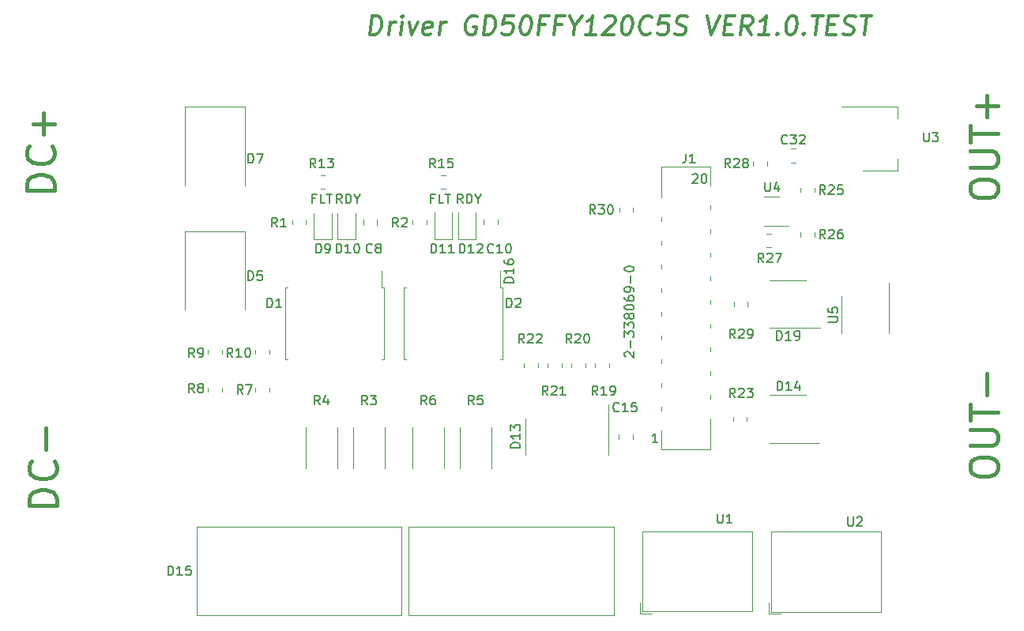
<source format=gbr>
%TF.GenerationSoftware,KiCad,Pcbnew,(6.0.1)*%
%TF.CreationDate,2023-04-21T13:11:10+03:00*%
%TF.ProjectId,Driver_Inductor,44726976-6572-45f4-996e-647563746f72,rev?*%
%TF.SameCoordinates,Original*%
%TF.FileFunction,Legend,Top*%
%TF.FilePolarity,Positive*%
%FSLAX46Y46*%
G04 Gerber Fmt 4.6, Leading zero omitted, Abs format (unit mm)*
G04 Created by KiCad (PCBNEW (6.0.1)) date 2023-04-21 13:11:10*
%MOMM*%
%LPD*%
G01*
G04 APERTURE LIST*
%ADD10C,0.300000*%
%ADD11C,0.150000*%
%ADD12C,0.450000*%
%ADD13C,0.120000*%
G04 APERTURE END LIST*
D10*
X129655607Y-67452761D02*
X129905607Y-65452761D01*
X130381797Y-65452761D01*
X130655607Y-65548000D01*
X130822273Y-65738476D01*
X130893702Y-65928952D01*
X130941321Y-66309904D01*
X130905607Y-66595619D01*
X130762750Y-66976571D01*
X130643702Y-67167047D01*
X130429416Y-67357523D01*
X130131797Y-67452761D01*
X129655607Y-67452761D01*
X131655607Y-67452761D02*
X131822273Y-66119428D01*
X131774654Y-66500380D02*
X131893702Y-66309904D01*
X132000845Y-66214666D01*
X132203226Y-66119428D01*
X132393702Y-66119428D01*
X132893702Y-67452761D02*
X133060369Y-66119428D01*
X133143702Y-65452761D02*
X133036559Y-65548000D01*
X133119892Y-65643238D01*
X133227035Y-65548000D01*
X133143702Y-65452761D01*
X133119892Y-65643238D01*
X133822273Y-66119428D02*
X134131797Y-67452761D01*
X134774654Y-66119428D01*
X136143702Y-67357523D02*
X135941321Y-67452761D01*
X135560369Y-67452761D01*
X135381797Y-67357523D01*
X135310369Y-67167047D01*
X135405607Y-66405142D01*
X135524654Y-66214666D01*
X135727035Y-66119428D01*
X136107988Y-66119428D01*
X136286559Y-66214666D01*
X136357988Y-66405142D01*
X136334178Y-66595619D01*
X135357988Y-66786095D01*
X137084178Y-67452761D02*
X137250845Y-66119428D01*
X137203226Y-66500380D02*
X137322273Y-66309904D01*
X137429416Y-66214666D01*
X137631797Y-66119428D01*
X137822273Y-66119428D01*
X141131797Y-65548000D02*
X140953226Y-65452761D01*
X140667511Y-65452761D01*
X140369892Y-65548000D01*
X140155607Y-65738476D01*
X140036559Y-65928952D01*
X139893702Y-66309904D01*
X139857988Y-66595619D01*
X139905607Y-66976571D01*
X139977035Y-67167047D01*
X140143702Y-67357523D01*
X140417511Y-67452761D01*
X140607988Y-67452761D01*
X140905607Y-67357523D01*
X141012750Y-67262285D01*
X141096083Y-66595619D01*
X140715130Y-66595619D01*
X141846083Y-67452761D02*
X142096083Y-65452761D01*
X142572273Y-65452761D01*
X142846083Y-65548000D01*
X143012750Y-65738476D01*
X143084178Y-65928952D01*
X143131797Y-66309904D01*
X143096083Y-66595619D01*
X142953226Y-66976571D01*
X142834178Y-67167047D01*
X142619892Y-67357523D01*
X142322273Y-67452761D01*
X141846083Y-67452761D01*
X145048464Y-65452761D02*
X144096083Y-65452761D01*
X143881797Y-66405142D01*
X143988940Y-66309904D01*
X144191321Y-66214666D01*
X144667511Y-66214666D01*
X144846083Y-66309904D01*
X144929416Y-66405142D01*
X145000845Y-66595619D01*
X144941321Y-67071809D01*
X144822273Y-67262285D01*
X144715130Y-67357523D01*
X144512750Y-67452761D01*
X144036559Y-67452761D01*
X143857988Y-67357523D01*
X143774654Y-67262285D01*
X146381797Y-65452761D02*
X146572273Y-65452761D01*
X146750845Y-65548000D01*
X146834178Y-65643238D01*
X146905607Y-65833714D01*
X146953226Y-66214666D01*
X146893702Y-66690857D01*
X146750845Y-67071809D01*
X146631797Y-67262285D01*
X146524654Y-67357523D01*
X146322273Y-67452761D01*
X146131797Y-67452761D01*
X145953226Y-67357523D01*
X145869892Y-67262285D01*
X145798464Y-67071809D01*
X145750845Y-66690857D01*
X145810369Y-66214666D01*
X145953226Y-65833714D01*
X146072273Y-65643238D01*
X146179416Y-65548000D01*
X146381797Y-65452761D01*
X148453226Y-66405142D02*
X147786559Y-66405142D01*
X147655607Y-67452761D02*
X147905607Y-65452761D01*
X148857988Y-65452761D01*
X150167511Y-66405142D02*
X149500845Y-66405142D01*
X149369892Y-67452761D02*
X149619892Y-65452761D01*
X150572273Y-65452761D01*
X151584178Y-66500380D02*
X151465130Y-67452761D01*
X151048464Y-65452761D02*
X151584178Y-66500380D01*
X152381797Y-65452761D01*
X153846083Y-67452761D02*
X152703226Y-67452761D01*
X153274654Y-67452761D02*
X153524654Y-65452761D01*
X153298464Y-65738476D01*
X153084178Y-65928952D01*
X152881797Y-66024190D01*
X154834178Y-65643238D02*
X154941321Y-65548000D01*
X155143702Y-65452761D01*
X155619892Y-65452761D01*
X155798464Y-65548000D01*
X155881797Y-65643238D01*
X155953226Y-65833714D01*
X155929416Y-66024190D01*
X155798464Y-66309904D01*
X154512750Y-67452761D01*
X155750845Y-67452761D01*
X157238940Y-65452761D02*
X157429416Y-65452761D01*
X157607988Y-65548000D01*
X157691321Y-65643238D01*
X157762750Y-65833714D01*
X157810369Y-66214666D01*
X157750845Y-66690857D01*
X157607988Y-67071809D01*
X157488940Y-67262285D01*
X157381797Y-67357523D01*
X157179416Y-67452761D01*
X156988940Y-67452761D01*
X156810369Y-67357523D01*
X156727035Y-67262285D01*
X156655607Y-67071809D01*
X156607988Y-66690857D01*
X156667511Y-66214666D01*
X156810369Y-65833714D01*
X156929416Y-65643238D01*
X157036559Y-65548000D01*
X157238940Y-65452761D01*
X159679416Y-67262285D02*
X159572273Y-67357523D01*
X159274654Y-67452761D01*
X159084178Y-67452761D01*
X158810369Y-67357523D01*
X158643702Y-67167047D01*
X158572273Y-66976571D01*
X158524654Y-66595619D01*
X158560369Y-66309904D01*
X158703226Y-65928952D01*
X158822273Y-65738476D01*
X159036559Y-65548000D01*
X159334178Y-65452761D01*
X159524654Y-65452761D01*
X159798464Y-65548000D01*
X159881797Y-65643238D01*
X161715130Y-65452761D02*
X160762750Y-65452761D01*
X160548464Y-66405142D01*
X160655607Y-66309904D01*
X160857988Y-66214666D01*
X161334178Y-66214666D01*
X161512750Y-66309904D01*
X161596083Y-66405142D01*
X161667511Y-66595619D01*
X161607988Y-67071809D01*
X161488940Y-67262285D01*
X161381797Y-67357523D01*
X161179416Y-67452761D01*
X160703226Y-67452761D01*
X160524654Y-67357523D01*
X160441321Y-67262285D01*
X162334178Y-67357523D02*
X162607988Y-67452761D01*
X163084178Y-67452761D01*
X163286559Y-67357523D01*
X163393702Y-67262285D01*
X163512750Y-67071809D01*
X163536559Y-66881333D01*
X163465130Y-66690857D01*
X163381797Y-66595619D01*
X163203226Y-66500380D01*
X162834178Y-66405142D01*
X162655607Y-66309904D01*
X162572273Y-66214666D01*
X162500845Y-66024190D01*
X162524654Y-65833714D01*
X162643702Y-65643238D01*
X162750845Y-65548000D01*
X162953226Y-65452761D01*
X163429416Y-65452761D01*
X163703226Y-65548000D01*
X165810369Y-65452761D02*
X166227035Y-67452761D01*
X167143702Y-65452761D01*
X167691321Y-66405142D02*
X168357988Y-66405142D01*
X168512750Y-67452761D02*
X167560369Y-67452761D01*
X167810369Y-65452761D01*
X168762750Y-65452761D01*
X170512750Y-67452761D02*
X169965130Y-66500380D01*
X169369892Y-67452761D02*
X169619892Y-65452761D01*
X170381797Y-65452761D01*
X170560369Y-65548000D01*
X170643702Y-65643238D01*
X170715130Y-65833714D01*
X170679416Y-66119428D01*
X170560369Y-66309904D01*
X170453226Y-66405142D01*
X170250845Y-66500380D01*
X169488940Y-66500380D01*
X172417511Y-67452761D02*
X171274654Y-67452761D01*
X171846083Y-67452761D02*
X172096083Y-65452761D01*
X171869892Y-65738476D01*
X171655607Y-65928952D01*
X171453226Y-66024190D01*
X173298464Y-67262285D02*
X173381797Y-67357523D01*
X173274654Y-67452761D01*
X173191321Y-67357523D01*
X173298464Y-67262285D01*
X173274654Y-67452761D01*
X174857988Y-65452761D02*
X175048464Y-65452761D01*
X175227035Y-65548000D01*
X175310369Y-65643238D01*
X175381797Y-65833714D01*
X175429416Y-66214666D01*
X175369892Y-66690857D01*
X175227035Y-67071809D01*
X175107988Y-67262285D01*
X175000845Y-67357523D01*
X174798464Y-67452761D01*
X174607988Y-67452761D01*
X174429416Y-67357523D01*
X174346083Y-67262285D01*
X174274654Y-67071809D01*
X174227035Y-66690857D01*
X174286559Y-66214666D01*
X174429416Y-65833714D01*
X174548464Y-65643238D01*
X174655607Y-65548000D01*
X174857988Y-65452761D01*
X176155607Y-67262285D02*
X176238940Y-67357523D01*
X176131797Y-67452761D01*
X176048464Y-67357523D01*
X176155607Y-67262285D01*
X176131797Y-67452761D01*
X177048464Y-65452761D02*
X178191321Y-65452761D01*
X177369892Y-67452761D02*
X177619892Y-65452761D01*
X178738940Y-66405142D02*
X179405607Y-66405142D01*
X179560369Y-67452761D02*
X178607988Y-67452761D01*
X178857988Y-65452761D01*
X179810369Y-65452761D01*
X180334178Y-67357523D02*
X180607988Y-67452761D01*
X181084178Y-67452761D01*
X181286559Y-67357523D01*
X181393702Y-67262285D01*
X181512750Y-67071809D01*
X181536559Y-66881333D01*
X181465130Y-66690857D01*
X181381797Y-66595619D01*
X181203226Y-66500380D01*
X180834178Y-66405142D01*
X180655607Y-66309904D01*
X180572273Y-66214666D01*
X180500845Y-66024190D01*
X180524654Y-65833714D01*
X180643702Y-65643238D01*
X180750845Y-65548000D01*
X180953226Y-65452761D01*
X181429416Y-65452761D01*
X181703226Y-65548000D01*
X182286559Y-65452761D02*
X183429416Y-65452761D01*
X182607988Y-67452761D02*
X182857988Y-65452761D01*
D11*
X136517142Y-85018571D02*
X136183809Y-85018571D01*
X136183809Y-85542380D02*
X136183809Y-84542380D01*
X136660000Y-84542380D01*
X137517142Y-85542380D02*
X137040952Y-85542380D01*
X137040952Y-84542380D01*
X137707619Y-84542380D02*
X138279047Y-84542380D01*
X137993333Y-85542380D02*
X137993333Y-84542380D01*
D12*
X96099142Y-117934857D02*
X93099142Y-117934857D01*
X93099142Y-117220571D01*
X93242000Y-116792000D01*
X93527714Y-116506285D01*
X93813428Y-116363428D01*
X94384857Y-116220571D01*
X94813428Y-116220571D01*
X95384857Y-116363428D01*
X95670571Y-116506285D01*
X95956285Y-116792000D01*
X96099142Y-117220571D01*
X96099142Y-117934857D01*
X95813428Y-113220571D02*
X95956285Y-113363428D01*
X96099142Y-113792000D01*
X96099142Y-114077714D01*
X95956285Y-114506285D01*
X95670571Y-114792000D01*
X95384857Y-114934857D01*
X94813428Y-115077714D01*
X94384857Y-115077714D01*
X93813428Y-114934857D01*
X93527714Y-114792000D01*
X93242000Y-114506285D01*
X93099142Y-114077714D01*
X93099142Y-113792000D01*
X93242000Y-113363428D01*
X93384857Y-113220571D01*
X94956285Y-111934857D02*
X94956285Y-109649142D01*
X193937142Y-84232142D02*
X193937142Y-83660714D01*
X194080000Y-83375000D01*
X194365714Y-83089285D01*
X194937142Y-82946428D01*
X195937142Y-82946428D01*
X196508571Y-83089285D01*
X196794285Y-83375000D01*
X196937142Y-83660714D01*
X196937142Y-84232142D01*
X196794285Y-84517857D01*
X196508571Y-84803571D01*
X195937142Y-84946428D01*
X194937142Y-84946428D01*
X194365714Y-84803571D01*
X194080000Y-84517857D01*
X193937142Y-84232142D01*
X193937142Y-81660714D02*
X196365714Y-81660714D01*
X196651428Y-81517857D01*
X196794285Y-81375000D01*
X196937142Y-81089285D01*
X196937142Y-80517857D01*
X196794285Y-80232142D01*
X196651428Y-80089285D01*
X196365714Y-79946428D01*
X193937142Y-79946428D01*
X193937142Y-78946428D02*
X193937142Y-77232142D01*
X196937142Y-78089285D02*
X193937142Y-78089285D01*
X195794285Y-76232142D02*
X195794285Y-73946428D01*
X196937142Y-75089285D02*
X194651428Y-75089285D01*
D11*
X139588952Y-85542380D02*
X139255619Y-85066190D01*
X139017523Y-85542380D02*
X139017523Y-84542380D01*
X139398476Y-84542380D01*
X139493714Y-84590000D01*
X139541333Y-84637619D01*
X139588952Y-84732857D01*
X139588952Y-84875714D01*
X139541333Y-84970952D01*
X139493714Y-85018571D01*
X139398476Y-85066190D01*
X139017523Y-85066190D01*
X140017523Y-85542380D02*
X140017523Y-84542380D01*
X140255619Y-84542380D01*
X140398476Y-84590000D01*
X140493714Y-84685238D01*
X140541333Y-84780476D01*
X140588952Y-84970952D01*
X140588952Y-85113809D01*
X140541333Y-85304285D01*
X140493714Y-85399523D01*
X140398476Y-85494761D01*
X140255619Y-85542380D01*
X140017523Y-85542380D01*
X141208000Y-85066190D02*
X141208000Y-85542380D01*
X140874666Y-84542380D02*
X141208000Y-85066190D01*
X141541333Y-84542380D01*
D12*
X193937142Y-114077142D02*
X193937142Y-113505714D01*
X194080000Y-113220000D01*
X194365714Y-112934285D01*
X194937142Y-112791428D01*
X195937142Y-112791428D01*
X196508571Y-112934285D01*
X196794285Y-113220000D01*
X196937142Y-113505714D01*
X196937142Y-114077142D01*
X196794285Y-114362857D01*
X196508571Y-114648571D01*
X195937142Y-114791428D01*
X194937142Y-114791428D01*
X194365714Y-114648571D01*
X194080000Y-114362857D01*
X193937142Y-114077142D01*
X193937142Y-111505714D02*
X196365714Y-111505714D01*
X196651428Y-111362857D01*
X196794285Y-111220000D01*
X196937142Y-110934285D01*
X196937142Y-110362857D01*
X196794285Y-110077142D01*
X196651428Y-109934285D01*
X196365714Y-109791428D01*
X193937142Y-109791428D01*
X193937142Y-108791428D02*
X193937142Y-107077142D01*
X196937142Y-107934285D02*
X193937142Y-107934285D01*
X195794285Y-106077142D02*
X195794285Y-103791428D01*
D11*
X123817142Y-85018571D02*
X123483809Y-85018571D01*
X123483809Y-85542380D02*
X123483809Y-84542380D01*
X123960000Y-84542380D01*
X124817142Y-85542380D02*
X124340952Y-85542380D01*
X124340952Y-84542380D01*
X125007619Y-84542380D02*
X125579047Y-84542380D01*
X125293333Y-85542380D02*
X125293333Y-84542380D01*
D12*
X95845142Y-84152857D02*
X92845142Y-84152857D01*
X92845142Y-83438571D01*
X92988000Y-83010000D01*
X93273714Y-82724285D01*
X93559428Y-82581428D01*
X94130857Y-82438571D01*
X94559428Y-82438571D01*
X95130857Y-82581428D01*
X95416571Y-82724285D01*
X95702285Y-83010000D01*
X95845142Y-83438571D01*
X95845142Y-84152857D01*
X95559428Y-79438571D02*
X95702285Y-79581428D01*
X95845142Y-80010000D01*
X95845142Y-80295714D01*
X95702285Y-80724285D01*
X95416571Y-81010000D01*
X95130857Y-81152857D01*
X94559428Y-81295714D01*
X94130857Y-81295714D01*
X93559428Y-81152857D01*
X93273714Y-81010000D01*
X92988000Y-80724285D01*
X92845142Y-80295714D01*
X92845142Y-80010000D01*
X92988000Y-79581428D01*
X93130857Y-79438571D01*
X94702285Y-78152857D02*
X94702285Y-75867142D01*
X95845142Y-77010000D02*
X93559428Y-77010000D01*
D11*
X126634952Y-85542380D02*
X126301619Y-85066190D01*
X126063523Y-85542380D02*
X126063523Y-84542380D01*
X126444476Y-84542380D01*
X126539714Y-84590000D01*
X126587333Y-84637619D01*
X126634952Y-84732857D01*
X126634952Y-84875714D01*
X126587333Y-84970952D01*
X126539714Y-85018571D01*
X126444476Y-85066190D01*
X126063523Y-85066190D01*
X127063523Y-85542380D02*
X127063523Y-84542380D01*
X127301619Y-84542380D01*
X127444476Y-84590000D01*
X127539714Y-84685238D01*
X127587333Y-84780476D01*
X127634952Y-84970952D01*
X127634952Y-85113809D01*
X127587333Y-85304285D01*
X127539714Y-85399523D01*
X127444476Y-85494761D01*
X127301619Y-85542380D01*
X127063523Y-85542380D01*
X128254000Y-85066190D02*
X128254000Y-85542380D01*
X127920666Y-84542380D02*
X128254000Y-85066190D01*
X128587333Y-84542380D01*
%TO.C,D1*%
X118641904Y-96718380D02*
X118641904Y-95718380D01*
X118880000Y-95718380D01*
X119022857Y-95766000D01*
X119118095Y-95861238D01*
X119165714Y-95956476D01*
X119213333Y-96146952D01*
X119213333Y-96289809D01*
X119165714Y-96480285D01*
X119118095Y-96575523D01*
X119022857Y-96670761D01*
X118880000Y-96718380D01*
X118641904Y-96718380D01*
X120165714Y-96718380D02*
X119594285Y-96718380D01*
X119880000Y-96718380D02*
X119880000Y-95718380D01*
X119784761Y-95861238D01*
X119689523Y-95956476D01*
X119594285Y-96004095D01*
%TO.C,R3*%
X129373333Y-107132380D02*
X129040000Y-106656190D01*
X128801904Y-107132380D02*
X128801904Y-106132380D01*
X129182857Y-106132380D01*
X129278095Y-106180000D01*
X129325714Y-106227619D01*
X129373333Y-106322857D01*
X129373333Y-106465714D01*
X129325714Y-106560952D01*
X129278095Y-106608571D01*
X129182857Y-106656190D01*
X128801904Y-106656190D01*
X129706666Y-106132380D02*
X130325714Y-106132380D01*
X129992380Y-106513333D01*
X130135238Y-106513333D01*
X130230476Y-106560952D01*
X130278095Y-106608571D01*
X130325714Y-106703809D01*
X130325714Y-106941904D01*
X130278095Y-107037142D01*
X130230476Y-107084761D01*
X130135238Y-107132380D01*
X129849523Y-107132380D01*
X129754285Y-107084761D01*
X129706666Y-107037142D01*
%TO.C,U3*%
X188976095Y-77938380D02*
X188976095Y-78747904D01*
X189023714Y-78843142D01*
X189071333Y-78890761D01*
X189166571Y-78938380D01*
X189357047Y-78938380D01*
X189452285Y-78890761D01*
X189499904Y-78843142D01*
X189547523Y-78747904D01*
X189547523Y-77938380D01*
X189928476Y-77938380D02*
X190547523Y-77938380D01*
X190214190Y-78319333D01*
X190357047Y-78319333D01*
X190452285Y-78366952D01*
X190499904Y-78414571D01*
X190547523Y-78509809D01*
X190547523Y-78747904D01*
X190499904Y-78843142D01*
X190452285Y-78890761D01*
X190357047Y-78938380D01*
X190071333Y-78938380D01*
X189976095Y-78890761D01*
X189928476Y-78843142D01*
%TO.C,R22*%
X146169142Y-100528380D02*
X145835809Y-100052190D01*
X145597714Y-100528380D02*
X145597714Y-99528380D01*
X145978666Y-99528380D01*
X146073904Y-99576000D01*
X146121523Y-99623619D01*
X146169142Y-99718857D01*
X146169142Y-99861714D01*
X146121523Y-99956952D01*
X146073904Y-100004571D01*
X145978666Y-100052190D01*
X145597714Y-100052190D01*
X146550095Y-99623619D02*
X146597714Y-99576000D01*
X146692952Y-99528380D01*
X146931047Y-99528380D01*
X147026285Y-99576000D01*
X147073904Y-99623619D01*
X147121523Y-99718857D01*
X147121523Y-99814095D01*
X147073904Y-99956952D01*
X146502476Y-100528380D01*
X147121523Y-100528380D01*
X147502476Y-99623619D02*
X147550095Y-99576000D01*
X147645333Y-99528380D01*
X147883428Y-99528380D01*
X147978666Y-99576000D01*
X148026285Y-99623619D01*
X148073904Y-99718857D01*
X148073904Y-99814095D01*
X148026285Y-99956952D01*
X147454857Y-100528380D01*
X148073904Y-100528380D01*
%TO.C,R30*%
X153789142Y-86695580D02*
X153455809Y-86219390D01*
X153217714Y-86695580D02*
X153217714Y-85695580D01*
X153598666Y-85695580D01*
X153693904Y-85743200D01*
X153741523Y-85790819D01*
X153789142Y-85886057D01*
X153789142Y-86028914D01*
X153741523Y-86124152D01*
X153693904Y-86171771D01*
X153598666Y-86219390D01*
X153217714Y-86219390D01*
X154122476Y-85695580D02*
X154741523Y-85695580D01*
X154408190Y-86076533D01*
X154551047Y-86076533D01*
X154646285Y-86124152D01*
X154693904Y-86171771D01*
X154741523Y-86267009D01*
X154741523Y-86505104D01*
X154693904Y-86600342D01*
X154646285Y-86647961D01*
X154551047Y-86695580D01*
X154265333Y-86695580D01*
X154170095Y-86647961D01*
X154122476Y-86600342D01*
X155360571Y-85695580D02*
X155455809Y-85695580D01*
X155551047Y-85743200D01*
X155598666Y-85790819D01*
X155646285Y-85886057D01*
X155693904Y-86076533D01*
X155693904Y-86314628D01*
X155646285Y-86505104D01*
X155598666Y-86600342D01*
X155551047Y-86647961D01*
X155455809Y-86695580D01*
X155360571Y-86695580D01*
X155265333Y-86647961D01*
X155217714Y-86600342D01*
X155170095Y-86505104D01*
X155122476Y-86314628D01*
X155122476Y-86076533D01*
X155170095Y-85886057D01*
X155217714Y-85790819D01*
X155265333Y-85743200D01*
X155360571Y-85695580D01*
%TO.C,R1*%
X119721333Y-88082380D02*
X119388000Y-87606190D01*
X119149904Y-88082380D02*
X119149904Y-87082380D01*
X119530857Y-87082380D01*
X119626095Y-87130000D01*
X119673714Y-87177619D01*
X119721333Y-87272857D01*
X119721333Y-87415714D01*
X119673714Y-87510952D01*
X119626095Y-87558571D01*
X119530857Y-87606190D01*
X119149904Y-87606190D01*
X120673714Y-88082380D02*
X120102285Y-88082380D01*
X120388000Y-88082380D02*
X120388000Y-87082380D01*
X120292761Y-87225238D01*
X120197523Y-87320476D01*
X120102285Y-87368095D01*
%TO.C,C10*%
X142867142Y-90781142D02*
X142819523Y-90828761D01*
X142676666Y-90876380D01*
X142581428Y-90876380D01*
X142438571Y-90828761D01*
X142343333Y-90733523D01*
X142295714Y-90638285D01*
X142248095Y-90447809D01*
X142248095Y-90304952D01*
X142295714Y-90114476D01*
X142343333Y-90019238D01*
X142438571Y-89924000D01*
X142581428Y-89876380D01*
X142676666Y-89876380D01*
X142819523Y-89924000D01*
X142867142Y-89971619D01*
X143819523Y-90876380D02*
X143248095Y-90876380D01*
X143533809Y-90876380D02*
X143533809Y-89876380D01*
X143438571Y-90019238D01*
X143343333Y-90114476D01*
X143248095Y-90162095D01*
X144438571Y-89876380D02*
X144533809Y-89876380D01*
X144629047Y-89924000D01*
X144676666Y-89971619D01*
X144724285Y-90066857D01*
X144771904Y-90257333D01*
X144771904Y-90495428D01*
X144724285Y-90685904D01*
X144676666Y-90781142D01*
X144629047Y-90828761D01*
X144533809Y-90876380D01*
X144438571Y-90876380D01*
X144343333Y-90828761D01*
X144295714Y-90781142D01*
X144248095Y-90685904D01*
X144200476Y-90495428D01*
X144200476Y-90257333D01*
X144248095Y-90066857D01*
X144295714Y-89971619D01*
X144343333Y-89924000D01*
X144438571Y-89876380D01*
%TO.C,U1*%
X166878095Y-118832380D02*
X166878095Y-119641904D01*
X166925714Y-119737142D01*
X166973333Y-119784761D01*
X167068571Y-119832380D01*
X167259047Y-119832380D01*
X167354285Y-119784761D01*
X167401904Y-119737142D01*
X167449523Y-119641904D01*
X167449523Y-118832380D01*
X168449523Y-119832380D02*
X167878095Y-119832380D01*
X168163809Y-119832380D02*
X168163809Y-118832380D01*
X168068571Y-118975238D01*
X167973333Y-119070476D01*
X167878095Y-119118095D01*
%TO.C,R8*%
X110831333Y-105862380D02*
X110498000Y-105386190D01*
X110259904Y-105862380D02*
X110259904Y-104862380D01*
X110640857Y-104862380D01*
X110736095Y-104910000D01*
X110783714Y-104957619D01*
X110831333Y-105052857D01*
X110831333Y-105195714D01*
X110783714Y-105290952D01*
X110736095Y-105338571D01*
X110640857Y-105386190D01*
X110259904Y-105386190D01*
X111402761Y-105290952D02*
X111307523Y-105243333D01*
X111259904Y-105195714D01*
X111212285Y-105100476D01*
X111212285Y-105052857D01*
X111259904Y-104957619D01*
X111307523Y-104910000D01*
X111402761Y-104862380D01*
X111593238Y-104862380D01*
X111688476Y-104910000D01*
X111736095Y-104957619D01*
X111783714Y-105052857D01*
X111783714Y-105100476D01*
X111736095Y-105195714D01*
X111688476Y-105243333D01*
X111593238Y-105290952D01*
X111402761Y-105290952D01*
X111307523Y-105338571D01*
X111259904Y-105386190D01*
X111212285Y-105481428D01*
X111212285Y-105671904D01*
X111259904Y-105767142D01*
X111307523Y-105814761D01*
X111402761Y-105862380D01*
X111593238Y-105862380D01*
X111688476Y-105814761D01*
X111736095Y-105767142D01*
X111783714Y-105671904D01*
X111783714Y-105481428D01*
X111736095Y-105386190D01*
X111688476Y-105338571D01*
X111593238Y-105290952D01*
%TO.C,D16*%
X145028980Y-94014585D02*
X144028980Y-94014585D01*
X144028980Y-93776490D01*
X144076600Y-93633633D01*
X144171838Y-93538395D01*
X144267076Y-93490776D01*
X144457552Y-93443157D01*
X144600409Y-93443157D01*
X144790885Y-93490776D01*
X144886123Y-93538395D01*
X144981361Y-93633633D01*
X145028980Y-93776490D01*
X145028980Y-94014585D01*
X145028980Y-92490776D02*
X145028980Y-93062204D01*
X145028980Y-92776490D02*
X144028980Y-92776490D01*
X144171838Y-92871728D01*
X144267076Y-92966966D01*
X144314695Y-93062204D01*
X144028980Y-91633633D02*
X144028980Y-91824109D01*
X144076600Y-91919347D01*
X144124219Y-91966966D01*
X144267076Y-92062204D01*
X144457552Y-92109823D01*
X144838504Y-92109823D01*
X144933742Y-92062204D01*
X144981361Y-92014585D01*
X145028980Y-91919347D01*
X145028980Y-91728871D01*
X144981361Y-91633633D01*
X144933742Y-91586014D01*
X144838504Y-91538395D01*
X144600409Y-91538395D01*
X144505171Y-91586014D01*
X144457552Y-91633633D01*
X144409933Y-91728871D01*
X144409933Y-91919347D01*
X144457552Y-92014585D01*
X144505171Y-92062204D01*
X144600409Y-92109823D01*
%TO.C,R23*%
X168775142Y-106370380D02*
X168441809Y-105894190D01*
X168203714Y-106370380D02*
X168203714Y-105370380D01*
X168584666Y-105370380D01*
X168679904Y-105418000D01*
X168727523Y-105465619D01*
X168775142Y-105560857D01*
X168775142Y-105703714D01*
X168727523Y-105798952D01*
X168679904Y-105846571D01*
X168584666Y-105894190D01*
X168203714Y-105894190D01*
X169156095Y-105465619D02*
X169203714Y-105418000D01*
X169298952Y-105370380D01*
X169537047Y-105370380D01*
X169632285Y-105418000D01*
X169679904Y-105465619D01*
X169727523Y-105560857D01*
X169727523Y-105656095D01*
X169679904Y-105798952D01*
X169108476Y-106370380D01*
X169727523Y-106370380D01*
X170060857Y-105370380D02*
X170679904Y-105370380D01*
X170346571Y-105751333D01*
X170489428Y-105751333D01*
X170584666Y-105798952D01*
X170632285Y-105846571D01*
X170679904Y-105941809D01*
X170679904Y-106179904D01*
X170632285Y-106275142D01*
X170584666Y-106322761D01*
X170489428Y-106370380D01*
X170203714Y-106370380D01*
X170108476Y-106322761D01*
X170060857Y-106275142D01*
%TO.C,R19*%
X154043142Y-106116380D02*
X153709809Y-105640190D01*
X153471714Y-106116380D02*
X153471714Y-105116380D01*
X153852666Y-105116380D01*
X153947904Y-105164000D01*
X153995523Y-105211619D01*
X154043142Y-105306857D01*
X154043142Y-105449714D01*
X153995523Y-105544952D01*
X153947904Y-105592571D01*
X153852666Y-105640190D01*
X153471714Y-105640190D01*
X154995523Y-106116380D02*
X154424095Y-106116380D01*
X154709809Y-106116380D02*
X154709809Y-105116380D01*
X154614571Y-105259238D01*
X154519333Y-105354476D01*
X154424095Y-105402095D01*
X155471714Y-106116380D02*
X155662190Y-106116380D01*
X155757428Y-106068761D01*
X155805047Y-106021142D01*
X155900285Y-105878285D01*
X155947904Y-105687809D01*
X155947904Y-105306857D01*
X155900285Y-105211619D01*
X155852666Y-105164000D01*
X155757428Y-105116380D01*
X155566952Y-105116380D01*
X155471714Y-105164000D01*
X155424095Y-105211619D01*
X155376476Y-105306857D01*
X155376476Y-105544952D01*
X155424095Y-105640190D01*
X155471714Y-105687809D01*
X155566952Y-105735428D01*
X155757428Y-105735428D01*
X155852666Y-105687809D01*
X155900285Y-105640190D01*
X155947904Y-105544952D01*
%TO.C,U5*%
X178776380Y-98247104D02*
X179585904Y-98247104D01*
X179681142Y-98199485D01*
X179728761Y-98151866D01*
X179776380Y-98056628D01*
X179776380Y-97866152D01*
X179728761Y-97770914D01*
X179681142Y-97723295D01*
X179585904Y-97675676D01*
X178776380Y-97675676D01*
X178776380Y-96723295D02*
X178776380Y-97199485D01*
X179252571Y-97247104D01*
X179204952Y-97199485D01*
X179157333Y-97104247D01*
X179157333Y-96866152D01*
X179204952Y-96770914D01*
X179252571Y-96723295D01*
X179347809Y-96675676D01*
X179585904Y-96675676D01*
X179681142Y-96723295D01*
X179728761Y-96770914D01*
X179776380Y-96866152D01*
X179776380Y-97104247D01*
X179728761Y-97199485D01*
X179681142Y-97247104D01*
%TO.C,D14*%
X173283714Y-105608380D02*
X173283714Y-104608380D01*
X173521809Y-104608380D01*
X173664666Y-104656000D01*
X173759904Y-104751238D01*
X173807523Y-104846476D01*
X173855142Y-105036952D01*
X173855142Y-105179809D01*
X173807523Y-105370285D01*
X173759904Y-105465523D01*
X173664666Y-105560761D01*
X173521809Y-105608380D01*
X173283714Y-105608380D01*
X174807523Y-105608380D02*
X174236095Y-105608380D01*
X174521809Y-105608380D02*
X174521809Y-104608380D01*
X174426571Y-104751238D01*
X174331333Y-104846476D01*
X174236095Y-104894095D01*
X175664666Y-104941714D02*
X175664666Y-105608380D01*
X175426571Y-104560761D02*
X175188476Y-105275047D01*
X175807523Y-105275047D01*
%TO.C,R2*%
X132675333Y-88082380D02*
X132342000Y-87606190D01*
X132103904Y-88082380D02*
X132103904Y-87082380D01*
X132484857Y-87082380D01*
X132580095Y-87130000D01*
X132627714Y-87177619D01*
X132675333Y-87272857D01*
X132675333Y-87415714D01*
X132627714Y-87510952D01*
X132580095Y-87558571D01*
X132484857Y-87606190D01*
X132103904Y-87606190D01*
X133056285Y-87177619D02*
X133103904Y-87130000D01*
X133199142Y-87082380D01*
X133437238Y-87082380D01*
X133532476Y-87130000D01*
X133580095Y-87177619D01*
X133627714Y-87272857D01*
X133627714Y-87368095D01*
X133580095Y-87510952D01*
X133008666Y-88082380D01*
X133627714Y-88082380D01*
%TO.C,C15*%
X156329142Y-107799142D02*
X156281523Y-107846761D01*
X156138666Y-107894380D01*
X156043428Y-107894380D01*
X155900571Y-107846761D01*
X155805333Y-107751523D01*
X155757714Y-107656285D01*
X155710095Y-107465809D01*
X155710095Y-107322952D01*
X155757714Y-107132476D01*
X155805333Y-107037238D01*
X155900571Y-106942000D01*
X156043428Y-106894380D01*
X156138666Y-106894380D01*
X156281523Y-106942000D01*
X156329142Y-106989619D01*
X157281523Y-107894380D02*
X156710095Y-107894380D01*
X156995809Y-107894380D02*
X156995809Y-106894380D01*
X156900571Y-107037238D01*
X156805333Y-107132476D01*
X156710095Y-107180095D01*
X158186285Y-106894380D02*
X157710095Y-106894380D01*
X157662476Y-107370571D01*
X157710095Y-107322952D01*
X157805333Y-107275333D01*
X158043428Y-107275333D01*
X158138666Y-107322952D01*
X158186285Y-107370571D01*
X158233904Y-107465809D01*
X158233904Y-107703904D01*
X158186285Y-107799142D01*
X158138666Y-107846761D01*
X158043428Y-107894380D01*
X157805333Y-107894380D01*
X157710095Y-107846761D01*
X157662476Y-107799142D01*
%TO.C,R13*%
X123817142Y-81732380D02*
X123483809Y-81256190D01*
X123245714Y-81732380D02*
X123245714Y-80732380D01*
X123626666Y-80732380D01*
X123721904Y-80780000D01*
X123769523Y-80827619D01*
X123817142Y-80922857D01*
X123817142Y-81065714D01*
X123769523Y-81160952D01*
X123721904Y-81208571D01*
X123626666Y-81256190D01*
X123245714Y-81256190D01*
X124769523Y-81732380D02*
X124198095Y-81732380D01*
X124483809Y-81732380D02*
X124483809Y-80732380D01*
X124388571Y-80875238D01*
X124293333Y-80970476D01*
X124198095Y-81018095D01*
X125102857Y-80732380D02*
X125721904Y-80732380D01*
X125388571Y-81113333D01*
X125531428Y-81113333D01*
X125626666Y-81160952D01*
X125674285Y-81208571D01*
X125721904Y-81303809D01*
X125721904Y-81541904D01*
X125674285Y-81637142D01*
X125626666Y-81684761D01*
X125531428Y-81732380D01*
X125245714Y-81732380D01*
X125150476Y-81684761D01*
X125102857Y-81637142D01*
%TO.C,R15*%
X136645678Y-81732380D02*
X136312345Y-81256190D01*
X136074250Y-81732380D02*
X136074250Y-80732380D01*
X136455202Y-80732380D01*
X136550440Y-80780000D01*
X136598059Y-80827619D01*
X136645678Y-80922857D01*
X136645678Y-81065714D01*
X136598059Y-81160952D01*
X136550440Y-81208571D01*
X136455202Y-81256190D01*
X136074250Y-81256190D01*
X137598059Y-81732380D02*
X137026631Y-81732380D01*
X137312345Y-81732380D02*
X137312345Y-80732380D01*
X137217107Y-80875238D01*
X137121869Y-80970476D01*
X137026631Y-81018095D01*
X138502821Y-80732380D02*
X138026631Y-80732380D01*
X137979012Y-81208571D01*
X138026631Y-81160952D01*
X138121869Y-81113333D01*
X138359964Y-81113333D01*
X138455202Y-81160952D01*
X138502821Y-81208571D01*
X138550440Y-81303809D01*
X138550440Y-81541904D01*
X138502821Y-81637142D01*
X138455202Y-81684761D01*
X138359964Y-81732380D01*
X138121869Y-81732380D01*
X138026631Y-81684761D01*
X137979012Y-81637142D01*
%TO.C,R28*%
X168267142Y-81732380D02*
X167933809Y-81256190D01*
X167695714Y-81732380D02*
X167695714Y-80732380D01*
X168076666Y-80732380D01*
X168171904Y-80780000D01*
X168219523Y-80827619D01*
X168267142Y-80922857D01*
X168267142Y-81065714D01*
X168219523Y-81160952D01*
X168171904Y-81208571D01*
X168076666Y-81256190D01*
X167695714Y-81256190D01*
X168648095Y-80827619D02*
X168695714Y-80780000D01*
X168790952Y-80732380D01*
X169029047Y-80732380D01*
X169124285Y-80780000D01*
X169171904Y-80827619D01*
X169219523Y-80922857D01*
X169219523Y-81018095D01*
X169171904Y-81160952D01*
X168600476Y-81732380D01*
X169219523Y-81732380D01*
X169790952Y-81160952D02*
X169695714Y-81113333D01*
X169648095Y-81065714D01*
X169600476Y-80970476D01*
X169600476Y-80922857D01*
X169648095Y-80827619D01*
X169695714Y-80780000D01*
X169790952Y-80732380D01*
X169981428Y-80732380D01*
X170076666Y-80780000D01*
X170124285Y-80827619D01*
X170171904Y-80922857D01*
X170171904Y-80970476D01*
X170124285Y-81065714D01*
X170076666Y-81113333D01*
X169981428Y-81160952D01*
X169790952Y-81160952D01*
X169695714Y-81208571D01*
X169648095Y-81256190D01*
X169600476Y-81351428D01*
X169600476Y-81541904D01*
X169648095Y-81637142D01*
X169695714Y-81684761D01*
X169790952Y-81732380D01*
X169981428Y-81732380D01*
X170076666Y-81684761D01*
X170124285Y-81637142D01*
X170171904Y-81541904D01*
X170171904Y-81351428D01*
X170124285Y-81256190D01*
X170076666Y-81208571D01*
X169981428Y-81160952D01*
%TO.C,R26*%
X178427142Y-89352380D02*
X178093809Y-88876190D01*
X177855714Y-89352380D02*
X177855714Y-88352380D01*
X178236666Y-88352380D01*
X178331904Y-88400000D01*
X178379523Y-88447619D01*
X178427142Y-88542857D01*
X178427142Y-88685714D01*
X178379523Y-88780952D01*
X178331904Y-88828571D01*
X178236666Y-88876190D01*
X177855714Y-88876190D01*
X178808095Y-88447619D02*
X178855714Y-88400000D01*
X178950952Y-88352380D01*
X179189047Y-88352380D01*
X179284285Y-88400000D01*
X179331904Y-88447619D01*
X179379523Y-88542857D01*
X179379523Y-88638095D01*
X179331904Y-88780952D01*
X178760476Y-89352380D01*
X179379523Y-89352380D01*
X180236666Y-88352380D02*
X180046190Y-88352380D01*
X179950952Y-88400000D01*
X179903333Y-88447619D01*
X179808095Y-88590476D01*
X179760476Y-88780952D01*
X179760476Y-89161904D01*
X179808095Y-89257142D01*
X179855714Y-89304761D01*
X179950952Y-89352380D01*
X180141428Y-89352380D01*
X180236666Y-89304761D01*
X180284285Y-89257142D01*
X180331904Y-89161904D01*
X180331904Y-88923809D01*
X180284285Y-88828571D01*
X180236666Y-88780952D01*
X180141428Y-88733333D01*
X179950952Y-88733333D01*
X179855714Y-88780952D01*
X179808095Y-88828571D01*
X179760476Y-88923809D01*
%TO.C,R6*%
X135723333Y-107132380D02*
X135390000Y-106656190D01*
X135151904Y-107132380D02*
X135151904Y-106132380D01*
X135532857Y-106132380D01*
X135628095Y-106180000D01*
X135675714Y-106227619D01*
X135723333Y-106322857D01*
X135723333Y-106465714D01*
X135675714Y-106560952D01*
X135628095Y-106608571D01*
X135532857Y-106656190D01*
X135151904Y-106656190D01*
X136580476Y-106132380D02*
X136390000Y-106132380D01*
X136294761Y-106180000D01*
X136247142Y-106227619D01*
X136151904Y-106370476D01*
X136104285Y-106560952D01*
X136104285Y-106941904D01*
X136151904Y-107037142D01*
X136199523Y-107084761D01*
X136294761Y-107132380D01*
X136485238Y-107132380D01*
X136580476Y-107084761D01*
X136628095Y-107037142D01*
X136675714Y-106941904D01*
X136675714Y-106703809D01*
X136628095Y-106608571D01*
X136580476Y-106560952D01*
X136485238Y-106513333D01*
X136294761Y-106513333D01*
X136199523Y-106560952D01*
X136151904Y-106608571D01*
X136104285Y-106703809D01*
%TO.C,D5*%
X116609904Y-93797380D02*
X116609904Y-92797380D01*
X116848000Y-92797380D01*
X116990857Y-92845000D01*
X117086095Y-92940238D01*
X117133714Y-93035476D01*
X117181333Y-93225952D01*
X117181333Y-93368809D01*
X117133714Y-93559285D01*
X117086095Y-93654523D01*
X116990857Y-93749761D01*
X116848000Y-93797380D01*
X116609904Y-93797380D01*
X118086095Y-92797380D02*
X117609904Y-92797380D01*
X117562285Y-93273571D01*
X117609904Y-93225952D01*
X117705142Y-93178333D01*
X117943238Y-93178333D01*
X118038476Y-93225952D01*
X118086095Y-93273571D01*
X118133714Y-93368809D01*
X118133714Y-93606904D01*
X118086095Y-93702142D01*
X118038476Y-93749761D01*
X117943238Y-93797380D01*
X117705142Y-93797380D01*
X117609904Y-93749761D01*
X117562285Y-93702142D01*
%TO.C,R25*%
X178427142Y-84577180D02*
X178093809Y-84100990D01*
X177855714Y-84577180D02*
X177855714Y-83577180D01*
X178236666Y-83577180D01*
X178331904Y-83624800D01*
X178379523Y-83672419D01*
X178427142Y-83767657D01*
X178427142Y-83910514D01*
X178379523Y-84005752D01*
X178331904Y-84053371D01*
X178236666Y-84100990D01*
X177855714Y-84100990D01*
X178808095Y-83672419D02*
X178855714Y-83624800D01*
X178950952Y-83577180D01*
X179189047Y-83577180D01*
X179284285Y-83624800D01*
X179331904Y-83672419D01*
X179379523Y-83767657D01*
X179379523Y-83862895D01*
X179331904Y-84005752D01*
X178760476Y-84577180D01*
X179379523Y-84577180D01*
X180284285Y-83577180D02*
X179808095Y-83577180D01*
X179760476Y-84053371D01*
X179808095Y-84005752D01*
X179903333Y-83958133D01*
X180141428Y-83958133D01*
X180236666Y-84005752D01*
X180284285Y-84053371D01*
X180331904Y-84148609D01*
X180331904Y-84386704D01*
X180284285Y-84481942D01*
X180236666Y-84529561D01*
X180141428Y-84577180D01*
X179903333Y-84577180D01*
X179808095Y-84529561D01*
X179760476Y-84481942D01*
%TO.C,D10*%
X126039714Y-90876380D02*
X126039714Y-89876380D01*
X126277809Y-89876380D01*
X126420666Y-89924000D01*
X126515904Y-90019238D01*
X126563523Y-90114476D01*
X126611142Y-90304952D01*
X126611142Y-90447809D01*
X126563523Y-90638285D01*
X126515904Y-90733523D01*
X126420666Y-90828761D01*
X126277809Y-90876380D01*
X126039714Y-90876380D01*
X127563523Y-90876380D02*
X126992095Y-90876380D01*
X127277809Y-90876380D02*
X127277809Y-89876380D01*
X127182571Y-90019238D01*
X127087333Y-90114476D01*
X126992095Y-90162095D01*
X128182571Y-89876380D02*
X128277809Y-89876380D01*
X128373047Y-89924000D01*
X128420666Y-89971619D01*
X128468285Y-90066857D01*
X128515904Y-90257333D01*
X128515904Y-90495428D01*
X128468285Y-90685904D01*
X128420666Y-90781142D01*
X128373047Y-90828761D01*
X128277809Y-90876380D01*
X128182571Y-90876380D01*
X128087333Y-90828761D01*
X128039714Y-90781142D01*
X127992095Y-90685904D01*
X127944476Y-90495428D01*
X127944476Y-90257333D01*
X127992095Y-90066857D01*
X128039714Y-89971619D01*
X128087333Y-89924000D01*
X128182571Y-89876380D01*
%TO.C,R9*%
X110831333Y-102052380D02*
X110498000Y-101576190D01*
X110259904Y-102052380D02*
X110259904Y-101052380D01*
X110640857Y-101052380D01*
X110736095Y-101100000D01*
X110783714Y-101147619D01*
X110831333Y-101242857D01*
X110831333Y-101385714D01*
X110783714Y-101480952D01*
X110736095Y-101528571D01*
X110640857Y-101576190D01*
X110259904Y-101576190D01*
X111307523Y-102052380D02*
X111498000Y-102052380D01*
X111593238Y-102004761D01*
X111640857Y-101957142D01*
X111736095Y-101814285D01*
X111783714Y-101623809D01*
X111783714Y-101242857D01*
X111736095Y-101147619D01*
X111688476Y-101100000D01*
X111593238Y-101052380D01*
X111402761Y-101052380D01*
X111307523Y-101100000D01*
X111259904Y-101147619D01*
X111212285Y-101242857D01*
X111212285Y-101480952D01*
X111259904Y-101576190D01*
X111307523Y-101623809D01*
X111402761Y-101671428D01*
X111593238Y-101671428D01*
X111688476Y-101623809D01*
X111736095Y-101576190D01*
X111783714Y-101480952D01*
%TO.C,D9*%
X123874304Y-90876380D02*
X123874304Y-89876380D01*
X124112400Y-89876380D01*
X124255257Y-89924000D01*
X124350495Y-90019238D01*
X124398114Y-90114476D01*
X124445733Y-90304952D01*
X124445733Y-90447809D01*
X124398114Y-90638285D01*
X124350495Y-90733523D01*
X124255257Y-90828761D01*
X124112400Y-90876380D01*
X123874304Y-90876380D01*
X124921923Y-90876380D02*
X125112400Y-90876380D01*
X125207638Y-90828761D01*
X125255257Y-90781142D01*
X125350495Y-90638285D01*
X125398114Y-90447809D01*
X125398114Y-90066857D01*
X125350495Y-89971619D01*
X125302876Y-89924000D01*
X125207638Y-89876380D01*
X125017161Y-89876380D01*
X124921923Y-89924000D01*
X124874304Y-89971619D01*
X124826685Y-90066857D01*
X124826685Y-90304952D01*
X124874304Y-90400190D01*
X124921923Y-90447809D01*
X125017161Y-90495428D01*
X125207638Y-90495428D01*
X125302876Y-90447809D01*
X125350495Y-90400190D01*
X125398114Y-90304952D01*
%TO.C,R7*%
X116038333Y-105989380D02*
X115705000Y-105513190D01*
X115466904Y-105989380D02*
X115466904Y-104989380D01*
X115847857Y-104989380D01*
X115943095Y-105037000D01*
X115990714Y-105084619D01*
X116038333Y-105179857D01*
X116038333Y-105322714D01*
X115990714Y-105417952D01*
X115943095Y-105465571D01*
X115847857Y-105513190D01*
X115466904Y-105513190D01*
X116371666Y-104989380D02*
X117038333Y-104989380D01*
X116609761Y-105989380D01*
%TO.C,R20*%
X151249142Y-100528380D02*
X150915809Y-100052190D01*
X150677714Y-100528380D02*
X150677714Y-99528380D01*
X151058666Y-99528380D01*
X151153904Y-99576000D01*
X151201523Y-99623619D01*
X151249142Y-99718857D01*
X151249142Y-99861714D01*
X151201523Y-99956952D01*
X151153904Y-100004571D01*
X151058666Y-100052190D01*
X150677714Y-100052190D01*
X151630095Y-99623619D02*
X151677714Y-99576000D01*
X151772952Y-99528380D01*
X152011047Y-99528380D01*
X152106285Y-99576000D01*
X152153904Y-99623619D01*
X152201523Y-99718857D01*
X152201523Y-99814095D01*
X152153904Y-99956952D01*
X151582476Y-100528380D01*
X152201523Y-100528380D01*
X152820571Y-99528380D02*
X152915809Y-99528380D01*
X153011047Y-99576000D01*
X153058666Y-99623619D01*
X153106285Y-99718857D01*
X153153904Y-99909333D01*
X153153904Y-100147428D01*
X153106285Y-100337904D01*
X153058666Y-100433142D01*
X153011047Y-100480761D01*
X152915809Y-100528380D01*
X152820571Y-100528380D01*
X152725333Y-100480761D01*
X152677714Y-100433142D01*
X152630095Y-100337904D01*
X152582476Y-100147428D01*
X152582476Y-99909333D01*
X152630095Y-99718857D01*
X152677714Y-99623619D01*
X152725333Y-99576000D01*
X152820571Y-99528380D01*
%TO.C,C32*%
X174363142Y-79097142D02*
X174315523Y-79144761D01*
X174172666Y-79192380D01*
X174077428Y-79192380D01*
X173934571Y-79144761D01*
X173839333Y-79049523D01*
X173791714Y-78954285D01*
X173744095Y-78763809D01*
X173744095Y-78620952D01*
X173791714Y-78430476D01*
X173839333Y-78335238D01*
X173934571Y-78240000D01*
X174077428Y-78192380D01*
X174172666Y-78192380D01*
X174315523Y-78240000D01*
X174363142Y-78287619D01*
X174696476Y-78192380D02*
X175315523Y-78192380D01*
X174982190Y-78573333D01*
X175125047Y-78573333D01*
X175220285Y-78620952D01*
X175267904Y-78668571D01*
X175315523Y-78763809D01*
X175315523Y-79001904D01*
X175267904Y-79097142D01*
X175220285Y-79144761D01*
X175125047Y-79192380D01*
X174839333Y-79192380D01*
X174744095Y-79144761D01*
X174696476Y-79097142D01*
X175696476Y-78287619D02*
X175744095Y-78240000D01*
X175839333Y-78192380D01*
X176077428Y-78192380D01*
X176172666Y-78240000D01*
X176220285Y-78287619D01*
X176267904Y-78382857D01*
X176267904Y-78478095D01*
X176220285Y-78620952D01*
X175648857Y-79192380D01*
X176267904Y-79192380D01*
%TO.C,U4*%
X171958095Y-83272380D02*
X171958095Y-84081904D01*
X172005714Y-84177142D01*
X172053333Y-84224761D01*
X172148571Y-84272380D01*
X172339047Y-84272380D01*
X172434285Y-84224761D01*
X172481904Y-84177142D01*
X172529523Y-84081904D01*
X172529523Y-83272380D01*
X173434285Y-83605714D02*
X173434285Y-84272380D01*
X173196190Y-83224761D02*
X172958095Y-83939047D01*
X173577142Y-83939047D01*
%TO.C,R10*%
X114927142Y-102052380D02*
X114593809Y-101576190D01*
X114355714Y-102052380D02*
X114355714Y-101052380D01*
X114736666Y-101052380D01*
X114831904Y-101100000D01*
X114879523Y-101147619D01*
X114927142Y-101242857D01*
X114927142Y-101385714D01*
X114879523Y-101480952D01*
X114831904Y-101528571D01*
X114736666Y-101576190D01*
X114355714Y-101576190D01*
X115879523Y-102052380D02*
X115308095Y-102052380D01*
X115593809Y-102052380D02*
X115593809Y-101052380D01*
X115498571Y-101195238D01*
X115403333Y-101290476D01*
X115308095Y-101338095D01*
X116498571Y-101052380D02*
X116593809Y-101052380D01*
X116689047Y-101100000D01*
X116736666Y-101147619D01*
X116784285Y-101242857D01*
X116831904Y-101433333D01*
X116831904Y-101671428D01*
X116784285Y-101861904D01*
X116736666Y-101957142D01*
X116689047Y-102004761D01*
X116593809Y-102052380D01*
X116498571Y-102052380D01*
X116403333Y-102004761D01*
X116355714Y-101957142D01*
X116308095Y-101861904D01*
X116260476Y-101671428D01*
X116260476Y-101433333D01*
X116308095Y-101242857D01*
X116355714Y-101147619D01*
X116403333Y-101100000D01*
X116498571Y-101052380D01*
%TO.C,U2*%
X180848095Y-119150880D02*
X180848095Y-119960404D01*
X180895714Y-120055642D01*
X180943333Y-120103261D01*
X181038571Y-120150880D01*
X181229047Y-120150880D01*
X181324285Y-120103261D01*
X181371904Y-120055642D01*
X181419523Y-119960404D01*
X181419523Y-119150880D01*
X181848095Y-119246119D02*
X181895714Y-119198500D01*
X181990952Y-119150880D01*
X182229047Y-119150880D01*
X182324285Y-119198500D01*
X182371904Y-119246119D01*
X182419523Y-119341357D01*
X182419523Y-119436595D01*
X182371904Y-119579452D01*
X181800476Y-120150880D01*
X182419523Y-120150880D01*
%TO.C,D13*%
X145740380Y-111755085D02*
X144740380Y-111755085D01*
X144740380Y-111516990D01*
X144788000Y-111374133D01*
X144883238Y-111278895D01*
X144978476Y-111231276D01*
X145168952Y-111183657D01*
X145311809Y-111183657D01*
X145502285Y-111231276D01*
X145597523Y-111278895D01*
X145692761Y-111374133D01*
X145740380Y-111516990D01*
X145740380Y-111755085D01*
X145740380Y-110231276D02*
X145740380Y-110802704D01*
X145740380Y-110516990D02*
X144740380Y-110516990D01*
X144883238Y-110612228D01*
X144978476Y-110707466D01*
X145026095Y-110802704D01*
X144740380Y-109897942D02*
X144740380Y-109278895D01*
X145121333Y-109612228D01*
X145121333Y-109469371D01*
X145168952Y-109374133D01*
X145216571Y-109326514D01*
X145311809Y-109278895D01*
X145549904Y-109278895D01*
X145645142Y-109326514D01*
X145692761Y-109374133D01*
X145740380Y-109469371D01*
X145740380Y-109755085D01*
X145692761Y-109850323D01*
X145645142Y-109897942D01*
%TO.C,R21*%
X148709142Y-106116380D02*
X148375809Y-105640190D01*
X148137714Y-106116380D02*
X148137714Y-105116380D01*
X148518666Y-105116380D01*
X148613904Y-105164000D01*
X148661523Y-105211619D01*
X148709142Y-105306857D01*
X148709142Y-105449714D01*
X148661523Y-105544952D01*
X148613904Y-105592571D01*
X148518666Y-105640190D01*
X148137714Y-105640190D01*
X149090095Y-105211619D02*
X149137714Y-105164000D01*
X149232952Y-105116380D01*
X149471047Y-105116380D01*
X149566285Y-105164000D01*
X149613904Y-105211619D01*
X149661523Y-105306857D01*
X149661523Y-105402095D01*
X149613904Y-105544952D01*
X149042476Y-106116380D01*
X149661523Y-106116380D01*
X150613904Y-106116380D02*
X150042476Y-106116380D01*
X150328190Y-106116380D02*
X150328190Y-105116380D01*
X150232952Y-105259238D01*
X150137714Y-105354476D01*
X150042476Y-105402095D01*
%TO.C,D7*%
X116609904Y-81224380D02*
X116609904Y-80224380D01*
X116848000Y-80224380D01*
X116990857Y-80272000D01*
X117086095Y-80367238D01*
X117133714Y-80462476D01*
X117181333Y-80652952D01*
X117181333Y-80795809D01*
X117133714Y-80986285D01*
X117086095Y-81081523D01*
X116990857Y-81176761D01*
X116848000Y-81224380D01*
X116609904Y-81224380D01*
X117514666Y-80224380D02*
X118181333Y-80224380D01*
X117752761Y-81224380D01*
%TO.C,D15*%
X108005714Y-125421380D02*
X108005714Y-124421380D01*
X108243809Y-124421380D01*
X108386666Y-124469000D01*
X108481904Y-124564238D01*
X108529523Y-124659476D01*
X108577142Y-124849952D01*
X108577142Y-124992809D01*
X108529523Y-125183285D01*
X108481904Y-125278523D01*
X108386666Y-125373761D01*
X108243809Y-125421380D01*
X108005714Y-125421380D01*
X109529523Y-125421380D02*
X108958095Y-125421380D01*
X109243809Y-125421380D02*
X109243809Y-124421380D01*
X109148571Y-124564238D01*
X109053333Y-124659476D01*
X108958095Y-124707095D01*
X110434285Y-124421380D02*
X109958095Y-124421380D01*
X109910476Y-124897571D01*
X109958095Y-124849952D01*
X110053333Y-124802333D01*
X110291428Y-124802333D01*
X110386666Y-124849952D01*
X110434285Y-124897571D01*
X110481904Y-124992809D01*
X110481904Y-125230904D01*
X110434285Y-125326142D01*
X110386666Y-125373761D01*
X110291428Y-125421380D01*
X110053333Y-125421380D01*
X109958095Y-125373761D01*
X109910476Y-125326142D01*
%TO.C,D19*%
X173232914Y-100203980D02*
X173232914Y-99203980D01*
X173471009Y-99203980D01*
X173613866Y-99251600D01*
X173709104Y-99346838D01*
X173756723Y-99442076D01*
X173804342Y-99632552D01*
X173804342Y-99775409D01*
X173756723Y-99965885D01*
X173709104Y-100061123D01*
X173613866Y-100156361D01*
X173471009Y-100203980D01*
X173232914Y-100203980D01*
X174756723Y-100203980D02*
X174185295Y-100203980D01*
X174471009Y-100203980D02*
X174471009Y-99203980D01*
X174375771Y-99346838D01*
X174280533Y-99442076D01*
X174185295Y-99489695D01*
X175232914Y-100203980D02*
X175423390Y-100203980D01*
X175518628Y-100156361D01*
X175566247Y-100108742D01*
X175661485Y-99965885D01*
X175709104Y-99775409D01*
X175709104Y-99394457D01*
X175661485Y-99299219D01*
X175613866Y-99251600D01*
X175518628Y-99203980D01*
X175328152Y-99203980D01*
X175232914Y-99251600D01*
X175185295Y-99299219D01*
X175137676Y-99394457D01*
X175137676Y-99632552D01*
X175185295Y-99727790D01*
X175232914Y-99775409D01*
X175328152Y-99823028D01*
X175518628Y-99823028D01*
X175613866Y-99775409D01*
X175661485Y-99727790D01*
X175709104Y-99632552D01*
%TO.C,C8*%
X129881333Y-90781142D02*
X129833714Y-90828761D01*
X129690857Y-90876380D01*
X129595619Y-90876380D01*
X129452761Y-90828761D01*
X129357523Y-90733523D01*
X129309904Y-90638285D01*
X129262285Y-90447809D01*
X129262285Y-90304952D01*
X129309904Y-90114476D01*
X129357523Y-90019238D01*
X129452761Y-89924000D01*
X129595619Y-89876380D01*
X129690857Y-89876380D01*
X129833714Y-89924000D01*
X129881333Y-89971619D01*
X130452761Y-90304952D02*
X130357523Y-90257333D01*
X130309904Y-90209714D01*
X130262285Y-90114476D01*
X130262285Y-90066857D01*
X130309904Y-89971619D01*
X130357523Y-89924000D01*
X130452761Y-89876380D01*
X130643238Y-89876380D01*
X130738476Y-89924000D01*
X130786095Y-89971619D01*
X130833714Y-90066857D01*
X130833714Y-90114476D01*
X130786095Y-90209714D01*
X130738476Y-90257333D01*
X130643238Y-90304952D01*
X130452761Y-90304952D01*
X130357523Y-90352571D01*
X130309904Y-90400190D01*
X130262285Y-90495428D01*
X130262285Y-90685904D01*
X130309904Y-90781142D01*
X130357523Y-90828761D01*
X130452761Y-90876380D01*
X130643238Y-90876380D01*
X130738476Y-90828761D01*
X130786095Y-90781142D01*
X130833714Y-90685904D01*
X130833714Y-90495428D01*
X130786095Y-90400190D01*
X130738476Y-90352571D01*
X130643238Y-90304952D01*
%TO.C,R4*%
X124293333Y-107132380D02*
X123960000Y-106656190D01*
X123721904Y-107132380D02*
X123721904Y-106132380D01*
X124102857Y-106132380D01*
X124198095Y-106180000D01*
X124245714Y-106227619D01*
X124293333Y-106322857D01*
X124293333Y-106465714D01*
X124245714Y-106560952D01*
X124198095Y-106608571D01*
X124102857Y-106656190D01*
X123721904Y-106656190D01*
X125150476Y-106465714D02*
X125150476Y-107132380D01*
X124912380Y-106084761D02*
X124674285Y-106799047D01*
X125293333Y-106799047D01*
%TO.C,R29*%
X168775142Y-100020380D02*
X168441809Y-99544190D01*
X168203714Y-100020380D02*
X168203714Y-99020380D01*
X168584666Y-99020380D01*
X168679904Y-99068000D01*
X168727523Y-99115619D01*
X168775142Y-99210857D01*
X168775142Y-99353714D01*
X168727523Y-99448952D01*
X168679904Y-99496571D01*
X168584666Y-99544190D01*
X168203714Y-99544190D01*
X169156095Y-99115619D02*
X169203714Y-99068000D01*
X169298952Y-99020380D01*
X169537047Y-99020380D01*
X169632285Y-99068000D01*
X169679904Y-99115619D01*
X169727523Y-99210857D01*
X169727523Y-99306095D01*
X169679904Y-99448952D01*
X169108476Y-100020380D01*
X169727523Y-100020380D01*
X170203714Y-100020380D02*
X170394190Y-100020380D01*
X170489428Y-99972761D01*
X170537047Y-99925142D01*
X170632285Y-99782285D01*
X170679904Y-99591809D01*
X170679904Y-99210857D01*
X170632285Y-99115619D01*
X170584666Y-99068000D01*
X170489428Y-99020380D01*
X170298952Y-99020380D01*
X170203714Y-99068000D01*
X170156095Y-99115619D01*
X170108476Y-99210857D01*
X170108476Y-99448952D01*
X170156095Y-99544190D01*
X170203714Y-99591809D01*
X170298952Y-99639428D01*
X170489428Y-99639428D01*
X170584666Y-99591809D01*
X170632285Y-99544190D01*
X170679904Y-99448952D01*
%TO.C,R5*%
X140803333Y-107132380D02*
X140470000Y-106656190D01*
X140231904Y-107132380D02*
X140231904Y-106132380D01*
X140612857Y-106132380D01*
X140708095Y-106180000D01*
X140755714Y-106227619D01*
X140803333Y-106322857D01*
X140803333Y-106465714D01*
X140755714Y-106560952D01*
X140708095Y-106608571D01*
X140612857Y-106656190D01*
X140231904Y-106656190D01*
X141708095Y-106132380D02*
X141231904Y-106132380D01*
X141184285Y-106608571D01*
X141231904Y-106560952D01*
X141327142Y-106513333D01*
X141565238Y-106513333D01*
X141660476Y-106560952D01*
X141708095Y-106608571D01*
X141755714Y-106703809D01*
X141755714Y-106941904D01*
X141708095Y-107037142D01*
X141660476Y-107084761D01*
X141565238Y-107132380D01*
X141327142Y-107132380D01*
X141231904Y-107084761D01*
X141184285Y-107037142D01*
%TO.C,D11*%
X136199714Y-90876380D02*
X136199714Y-89876380D01*
X136437809Y-89876380D01*
X136580666Y-89924000D01*
X136675904Y-90019238D01*
X136723523Y-90114476D01*
X136771142Y-90304952D01*
X136771142Y-90447809D01*
X136723523Y-90638285D01*
X136675904Y-90733523D01*
X136580666Y-90828761D01*
X136437809Y-90876380D01*
X136199714Y-90876380D01*
X137723523Y-90876380D02*
X137152095Y-90876380D01*
X137437809Y-90876380D02*
X137437809Y-89876380D01*
X137342571Y-90019238D01*
X137247333Y-90114476D01*
X137152095Y-90162095D01*
X138675904Y-90876380D02*
X138104476Y-90876380D01*
X138390190Y-90876380D02*
X138390190Y-89876380D01*
X138294952Y-90019238D01*
X138199714Y-90114476D01*
X138104476Y-90162095D01*
%TO.C,J1*%
X163496666Y-80224380D02*
X163496666Y-80938666D01*
X163449047Y-81081523D01*
X163353809Y-81176761D01*
X163210952Y-81224380D01*
X163115714Y-81224380D01*
X164496666Y-81224380D02*
X163925238Y-81224380D01*
X164210952Y-81224380D02*
X164210952Y-80224380D01*
X164115714Y-80367238D01*
X164020476Y-80462476D01*
X163925238Y-80510095D01*
X157027619Y-102012142D02*
X156980000Y-101964523D01*
X156932380Y-101869285D01*
X156932380Y-101631190D01*
X156980000Y-101535952D01*
X157027619Y-101488333D01*
X157122857Y-101440714D01*
X157218095Y-101440714D01*
X157360952Y-101488333D01*
X157932380Y-102059761D01*
X157932380Y-101440714D01*
X157551428Y-101012142D02*
X157551428Y-100250238D01*
X156932380Y-99869285D02*
X156932380Y-99250238D01*
X157313333Y-99583571D01*
X157313333Y-99440714D01*
X157360952Y-99345476D01*
X157408571Y-99297857D01*
X157503809Y-99250238D01*
X157741904Y-99250238D01*
X157837142Y-99297857D01*
X157884761Y-99345476D01*
X157932380Y-99440714D01*
X157932380Y-99726428D01*
X157884761Y-99821666D01*
X157837142Y-99869285D01*
X156932380Y-98916904D02*
X156932380Y-98297857D01*
X157313333Y-98631190D01*
X157313333Y-98488333D01*
X157360952Y-98393095D01*
X157408571Y-98345476D01*
X157503809Y-98297857D01*
X157741904Y-98297857D01*
X157837142Y-98345476D01*
X157884761Y-98393095D01*
X157932380Y-98488333D01*
X157932380Y-98774047D01*
X157884761Y-98869285D01*
X157837142Y-98916904D01*
X157360952Y-97726428D02*
X157313333Y-97821666D01*
X157265714Y-97869285D01*
X157170476Y-97916904D01*
X157122857Y-97916904D01*
X157027619Y-97869285D01*
X156980000Y-97821666D01*
X156932380Y-97726428D01*
X156932380Y-97535952D01*
X156980000Y-97440714D01*
X157027619Y-97393095D01*
X157122857Y-97345476D01*
X157170476Y-97345476D01*
X157265714Y-97393095D01*
X157313333Y-97440714D01*
X157360952Y-97535952D01*
X157360952Y-97726428D01*
X157408571Y-97821666D01*
X157456190Y-97869285D01*
X157551428Y-97916904D01*
X157741904Y-97916904D01*
X157837142Y-97869285D01*
X157884761Y-97821666D01*
X157932380Y-97726428D01*
X157932380Y-97535952D01*
X157884761Y-97440714D01*
X157837142Y-97393095D01*
X157741904Y-97345476D01*
X157551428Y-97345476D01*
X157456190Y-97393095D01*
X157408571Y-97440714D01*
X157360952Y-97535952D01*
X156932380Y-96726428D02*
X156932380Y-96631190D01*
X156980000Y-96535952D01*
X157027619Y-96488333D01*
X157122857Y-96440714D01*
X157313333Y-96393095D01*
X157551428Y-96393095D01*
X157741904Y-96440714D01*
X157837142Y-96488333D01*
X157884761Y-96535952D01*
X157932380Y-96631190D01*
X157932380Y-96726428D01*
X157884761Y-96821666D01*
X157837142Y-96869285D01*
X157741904Y-96916904D01*
X157551428Y-96964523D01*
X157313333Y-96964523D01*
X157122857Y-96916904D01*
X157027619Y-96869285D01*
X156980000Y-96821666D01*
X156932380Y-96726428D01*
X156932380Y-95535952D02*
X156932380Y-95726428D01*
X156980000Y-95821666D01*
X157027619Y-95869285D01*
X157170476Y-95964523D01*
X157360952Y-96012142D01*
X157741904Y-96012142D01*
X157837142Y-95964523D01*
X157884761Y-95916904D01*
X157932380Y-95821666D01*
X157932380Y-95631190D01*
X157884761Y-95535952D01*
X157837142Y-95488333D01*
X157741904Y-95440714D01*
X157503809Y-95440714D01*
X157408571Y-95488333D01*
X157360952Y-95535952D01*
X157313333Y-95631190D01*
X157313333Y-95821666D01*
X157360952Y-95916904D01*
X157408571Y-95964523D01*
X157503809Y-96012142D01*
X157932380Y-94964523D02*
X157932380Y-94774047D01*
X157884761Y-94678809D01*
X157837142Y-94631190D01*
X157694285Y-94535952D01*
X157503809Y-94488333D01*
X157122857Y-94488333D01*
X157027619Y-94535952D01*
X156980000Y-94583571D01*
X156932380Y-94678809D01*
X156932380Y-94869285D01*
X156980000Y-94964523D01*
X157027619Y-95012142D01*
X157122857Y-95059761D01*
X157360952Y-95059761D01*
X157456190Y-95012142D01*
X157503809Y-94964523D01*
X157551428Y-94869285D01*
X157551428Y-94678809D01*
X157503809Y-94583571D01*
X157456190Y-94535952D01*
X157360952Y-94488333D01*
X157551428Y-94059761D02*
X157551428Y-93297857D01*
X156932380Y-92631190D02*
X156932380Y-92535952D01*
X156980000Y-92440714D01*
X157027619Y-92393095D01*
X157122857Y-92345476D01*
X157313333Y-92297857D01*
X157551428Y-92297857D01*
X157741904Y-92345476D01*
X157837142Y-92393095D01*
X157884761Y-92440714D01*
X157932380Y-92535952D01*
X157932380Y-92631190D01*
X157884761Y-92726428D01*
X157837142Y-92774047D01*
X157741904Y-92821666D01*
X157551428Y-92869285D01*
X157313333Y-92869285D01*
X157122857Y-92821666D01*
X157027619Y-92774047D01*
X156980000Y-92726428D01*
X156932380Y-92631190D01*
X160472715Y-111196380D02*
X159901286Y-111196380D01*
X160187001Y-111196380D02*
X160187001Y-110196380D01*
X160091762Y-110339238D01*
X159996524Y-110434476D01*
X159901286Y-110482095D01*
X164211095Y-82478619D02*
X164258714Y-82431000D01*
X164353952Y-82383380D01*
X164592047Y-82383380D01*
X164687285Y-82431000D01*
X164734904Y-82478619D01*
X164782523Y-82573857D01*
X164782523Y-82669095D01*
X164734904Y-82811952D01*
X164163476Y-83383380D01*
X164782523Y-83383380D01*
X165401571Y-82383380D02*
X165496809Y-82383380D01*
X165592047Y-82431000D01*
X165639666Y-82478619D01*
X165687285Y-82573857D01*
X165734904Y-82764333D01*
X165734904Y-83002428D01*
X165687285Y-83192904D01*
X165639666Y-83288142D01*
X165592047Y-83335761D01*
X165496809Y-83383380D01*
X165401571Y-83383380D01*
X165306333Y-83335761D01*
X165258714Y-83288142D01*
X165211095Y-83192904D01*
X165163476Y-83002428D01*
X165163476Y-82764333D01*
X165211095Y-82573857D01*
X165258714Y-82478619D01*
X165306333Y-82431000D01*
X165401571Y-82383380D01*
%TO.C,R27*%
X171823142Y-91892380D02*
X171489809Y-91416190D01*
X171251714Y-91892380D02*
X171251714Y-90892380D01*
X171632666Y-90892380D01*
X171727904Y-90940000D01*
X171775523Y-90987619D01*
X171823142Y-91082857D01*
X171823142Y-91225714D01*
X171775523Y-91320952D01*
X171727904Y-91368571D01*
X171632666Y-91416190D01*
X171251714Y-91416190D01*
X172204095Y-90987619D02*
X172251714Y-90940000D01*
X172346952Y-90892380D01*
X172585047Y-90892380D01*
X172680285Y-90940000D01*
X172727904Y-90987619D01*
X172775523Y-91082857D01*
X172775523Y-91178095D01*
X172727904Y-91320952D01*
X172156476Y-91892380D01*
X172775523Y-91892380D01*
X173108857Y-90892380D02*
X173775523Y-90892380D01*
X173346952Y-91892380D01*
%TO.C,D12*%
X139247714Y-90876380D02*
X139247714Y-89876380D01*
X139485809Y-89876380D01*
X139628666Y-89924000D01*
X139723904Y-90019238D01*
X139771523Y-90114476D01*
X139819142Y-90304952D01*
X139819142Y-90447809D01*
X139771523Y-90638285D01*
X139723904Y-90733523D01*
X139628666Y-90828761D01*
X139485809Y-90876380D01*
X139247714Y-90876380D01*
X140771523Y-90876380D02*
X140200095Y-90876380D01*
X140485809Y-90876380D02*
X140485809Y-89876380D01*
X140390571Y-90019238D01*
X140295333Y-90114476D01*
X140200095Y-90162095D01*
X141152476Y-89971619D02*
X141200095Y-89924000D01*
X141295333Y-89876380D01*
X141533428Y-89876380D01*
X141628666Y-89924000D01*
X141676285Y-89971619D01*
X141723904Y-90066857D01*
X141723904Y-90162095D01*
X141676285Y-90304952D01*
X141104857Y-90876380D01*
X141723904Y-90876380D01*
%TO.C,D2*%
X144295904Y-96718380D02*
X144295904Y-95718380D01*
X144534000Y-95718380D01*
X144676857Y-95766000D01*
X144772095Y-95861238D01*
X144819714Y-95956476D01*
X144867333Y-96146952D01*
X144867333Y-96289809D01*
X144819714Y-96480285D01*
X144772095Y-96575523D01*
X144676857Y-96670761D01*
X144534000Y-96718380D01*
X144295904Y-96718380D01*
X145248285Y-95813619D02*
X145295904Y-95766000D01*
X145391142Y-95718380D01*
X145629238Y-95718380D01*
X145724476Y-95766000D01*
X145772095Y-95813619D01*
X145819714Y-95908857D01*
X145819714Y-96004095D01*
X145772095Y-96146952D01*
X145200666Y-96718380D01*
X145819714Y-96718380D01*
D13*
%TO.C,D1*%
X131117000Y-98425000D02*
X131117000Y-102285000D01*
X120597000Y-94565000D02*
X120852000Y-94565000D01*
X120597000Y-98425000D02*
X120597000Y-94565000D01*
X131117000Y-102285000D02*
X130862000Y-102285000D01*
X130862000Y-94565000D02*
X130862000Y-92750000D01*
X120597000Y-102285000D02*
X120852000Y-102285000D01*
X120597000Y-98425000D02*
X120597000Y-102285000D01*
X131117000Y-94565000D02*
X130862000Y-94565000D01*
X131117000Y-98425000D02*
X131117000Y-94565000D01*
%TO.C,R3*%
X127830000Y-113937064D02*
X127830000Y-109582936D01*
X131250000Y-113937064D02*
X131250000Y-109582936D01*
%TO.C,U3*%
X186187000Y-82023000D02*
X186187000Y-80763000D01*
X186187000Y-75203000D02*
X186187000Y-76463000D01*
X182427000Y-82023000D02*
X186187000Y-82023000D01*
X180177000Y-75203000D02*
X186187000Y-75203000D01*
%TO.C,R22*%
X146178600Y-103147864D02*
X146178600Y-102693736D01*
X147648600Y-103147864D02*
X147648600Y-102693736D01*
%TO.C,R30*%
X157861914Y-86016136D02*
X157861914Y-86470264D01*
X156391914Y-86016136D02*
X156391914Y-86470264D01*
%TO.C,R1*%
X121337400Y-87352136D02*
X121337400Y-87806264D01*
X122807400Y-87352136D02*
X122807400Y-87806264D01*
%TO.C,C10*%
X141860600Y-87815052D02*
X141860600Y-87292548D01*
X143330600Y-87815052D02*
X143330600Y-87292548D01*
%TO.C,U1*%
X158606500Y-129554000D02*
X159846500Y-129554000D01*
X158846500Y-129314000D02*
X170567500Y-129314000D01*
X158846500Y-120694000D02*
X158846500Y-129314000D01*
X158846500Y-120694000D02*
X170567500Y-120694000D01*
X158606500Y-128314000D02*
X158606500Y-129554000D01*
X170567500Y-120694000D02*
X170567500Y-129314000D01*
%TO.C,R8*%
X113755000Y-105309936D02*
X113755000Y-105764064D01*
X112285000Y-105309936D02*
X112285000Y-105764064D01*
%TO.C,D16*%
X155818500Y-120218000D02*
X155818500Y-129718000D01*
X133818500Y-120218000D02*
X155818500Y-120218000D01*
X133818500Y-120218000D02*
X133818500Y-129718000D01*
X133818500Y-129718000D02*
X155818500Y-129718000D01*
%TO.C,R23*%
X170051400Y-108872264D02*
X170051400Y-108418136D01*
X168581400Y-108872264D02*
X168581400Y-108418136D01*
%TO.C,R19*%
X155268600Y-103147864D02*
X155268600Y-102693736D01*
X153798600Y-103147864D02*
X153798600Y-102693736D01*
%TO.C,U5*%
X185287600Y-97485200D02*
X185287600Y-94035200D01*
X185287600Y-97485200D02*
X185287600Y-99435200D01*
X180167600Y-97485200D02*
X180167600Y-95535200D01*
X180167600Y-97485200D02*
X180167600Y-99435200D01*
%TO.C,D14*%
X174396400Y-111205200D02*
X177846400Y-111205200D01*
X174396400Y-106085200D02*
X172446400Y-106085200D01*
X174396400Y-106085200D02*
X176346400Y-106085200D01*
X174396400Y-111205200D02*
X172446400Y-111205200D01*
%TO.C,R2*%
X135710600Y-87326736D02*
X135710600Y-87780864D01*
X134240600Y-87326736D02*
X134240600Y-87780864D01*
%TO.C,C15*%
X156338600Y-110802052D02*
X156338600Y-110279548D01*
X157808600Y-110802052D02*
X157808600Y-110279548D01*
%TO.C,R13*%
X124839464Y-83996200D02*
X124385336Y-83996200D01*
X124839464Y-82526200D02*
X124385336Y-82526200D01*
%TO.C,R15*%
X137742664Y-82500800D02*
X137288536Y-82500800D01*
X137742664Y-83970800D02*
X137288536Y-83970800D01*
%TO.C,R28*%
X170715000Y-81507064D02*
X170715000Y-81052936D01*
X172185000Y-81507064D02*
X172185000Y-81052936D01*
%TO.C,R26*%
X175795000Y-89127064D02*
X175795000Y-88672936D01*
X177265000Y-89127064D02*
X177265000Y-88672936D01*
%TO.C,R6*%
X134180000Y-113937064D02*
X134180000Y-109582936D01*
X137600000Y-113937064D02*
X137600000Y-109582936D01*
%TO.C,D5*%
X116280000Y-88545000D02*
X116280000Y-96945000D01*
X109780000Y-88545000D02*
X109780000Y-96945000D01*
X109780000Y-88545000D02*
X116280000Y-88545000D01*
%TO.C,R25*%
X177265000Y-84351864D02*
X177265000Y-83897736D01*
X175795000Y-84351864D02*
X175795000Y-83897736D01*
%TO.C,D10*%
X128112400Y-89439200D02*
X128112400Y-86579200D01*
X126192400Y-86579200D02*
X126192400Y-89439200D01*
X126192400Y-89439200D02*
X128112400Y-89439200D01*
%TO.C,R9*%
X113755000Y-101245936D02*
X113755000Y-101700064D01*
X112285000Y-101245936D02*
X112285000Y-101700064D01*
%TO.C,D9*%
X123652400Y-89439200D02*
X125572400Y-89439200D01*
X125572400Y-89439200D02*
X125572400Y-86579200D01*
X123652400Y-86579200D02*
X123652400Y-89439200D01*
%TO.C,R7*%
X117375000Y-105309936D02*
X117375000Y-105764064D01*
X118845000Y-105309936D02*
X118845000Y-105764064D01*
%TO.C,R20*%
X151258600Y-103147864D02*
X151258600Y-102693736D01*
X152728600Y-103147864D02*
X152728600Y-102693736D01*
%TO.C,C32*%
X174744748Y-79681400D02*
X175267252Y-79681400D01*
X174744748Y-81151400D02*
X175267252Y-81151400D01*
%TO.C,U4*%
X172720000Y-84800000D02*
X171920000Y-84800000D01*
X172720000Y-87920000D02*
X174520000Y-87920000D01*
X172720000Y-84800000D02*
X173520000Y-84800000D01*
X172720000Y-87920000D02*
X171920000Y-87920000D01*
%TO.C,R10*%
X117375000Y-101245936D02*
X117375000Y-101700064D01*
X118845000Y-101245936D02*
X118845000Y-101700064D01*
%TO.C,U2*%
X172655500Y-129318500D02*
X184376500Y-129318500D01*
X172655500Y-120698500D02*
X184376500Y-120698500D01*
X172415500Y-129558500D02*
X173655500Y-129558500D01*
X172655500Y-120698500D02*
X172655500Y-129318500D01*
X172415500Y-128318500D02*
X172415500Y-129558500D01*
X184376500Y-120698500D02*
X184376500Y-129318500D01*
%TO.C,D13*%
X146288600Y-110540800D02*
X146288600Y-108590800D01*
X155158600Y-110540800D02*
X155158600Y-112490800D01*
X155158600Y-110540800D02*
X155158600Y-107090800D01*
X146288600Y-110540800D02*
X146288600Y-112490800D01*
%TO.C,R21*%
X150188600Y-103147864D02*
X150188600Y-102693736D01*
X148718600Y-103147864D02*
X148718600Y-102693736D01*
%TO.C,D7*%
X116280000Y-75210000D02*
X116280000Y-83610000D01*
X109780000Y-75210000D02*
X116280000Y-75210000D01*
X109780000Y-75210000D02*
X109780000Y-83610000D01*
%TO.C,D15*%
X111047000Y-129719000D02*
X111047000Y-120219000D01*
X133047000Y-120219000D02*
X111047000Y-120219000D01*
X133047000Y-129719000D02*
X111047000Y-129719000D01*
X133047000Y-129719000D02*
X133047000Y-120219000D01*
%TO.C,D19*%
X174447200Y-93791600D02*
X172497200Y-93791600D01*
X174447200Y-93791600D02*
X176397200Y-93791600D01*
X174447200Y-98911600D02*
X177897200Y-98911600D01*
X174447200Y-98911600D02*
X172497200Y-98911600D01*
%TO.C,C8*%
X128957400Y-87840452D02*
X128957400Y-87317948D01*
X130427400Y-87840452D02*
X130427400Y-87317948D01*
%TO.C,R4*%
X122750000Y-113937064D02*
X122750000Y-109582936D01*
X126170000Y-113937064D02*
X126170000Y-109582936D01*
%TO.C,R29*%
X168632200Y-96578664D02*
X168632200Y-96124536D01*
X170102200Y-96578664D02*
X170102200Y-96124536D01*
%TO.C,R5*%
X139260000Y-113937064D02*
X139260000Y-109582936D01*
X142680000Y-113937064D02*
X142680000Y-109582936D01*
%TO.C,D11*%
X136555600Y-86553800D02*
X136555600Y-89413800D01*
X138475600Y-89413800D02*
X138475600Y-86553800D01*
X136555600Y-89413800D02*
X138475600Y-89413800D01*
%TO.C,J1*%
X166156001Y-111899700D02*
X166156001Y-108651040D01*
X166156001Y-81648300D02*
X160898201Y-81648300D01*
X160898201Y-94681040D02*
X160898201Y-95056960D01*
X160898201Y-92141040D02*
X160898201Y-92516960D01*
X166156001Y-103946960D02*
X166156001Y-103571040D01*
X166156001Y-106486960D02*
X166156001Y-106111040D01*
X166156001Y-101406960D02*
X166156001Y-101031040D01*
X160898201Y-81648300D02*
X160898201Y-84896960D01*
X160898201Y-102301040D02*
X160898201Y-102676960D01*
X160898201Y-111899700D02*
X166156001Y-111899700D01*
X166156001Y-93786960D02*
X166156001Y-93411040D01*
X166156001Y-86166960D02*
X166156001Y-85791040D01*
X166156001Y-98866960D02*
X166156001Y-98491040D01*
X166156001Y-83626960D02*
X166156001Y-81648300D01*
X166156001Y-88706960D02*
X166156001Y-88331040D01*
X160898201Y-89601040D02*
X160898201Y-89976960D01*
X166156001Y-91246960D02*
X166156001Y-90871040D01*
X160898201Y-107381040D02*
X160898201Y-107756960D01*
X160898201Y-87061040D02*
X160898201Y-87436960D01*
X160898201Y-97221040D02*
X160898201Y-97596960D01*
X160898201Y-99761040D02*
X160898201Y-100136960D01*
X166156001Y-96326960D02*
X166156001Y-95951040D01*
X160898201Y-109921040D02*
X160898201Y-111899700D01*
X160898201Y-104841040D02*
X160898201Y-105216960D01*
%TO.C,R27*%
X172599464Y-88800000D02*
X172145336Y-88800000D01*
X172599464Y-90270000D02*
X172145336Y-90270000D01*
%TO.C,D12*%
X139095600Y-89413800D02*
X141015600Y-89413800D01*
X139095600Y-86553800D02*
X139095600Y-89413800D01*
X141015600Y-89413800D02*
X141015600Y-86553800D01*
%TO.C,D2*%
X133297000Y-98425000D02*
X133297000Y-102285000D01*
X133297000Y-98425000D02*
X133297000Y-94565000D01*
X143562000Y-94565000D02*
X143562000Y-92750000D01*
X143817000Y-94565000D02*
X143562000Y-94565000D01*
X143817000Y-102285000D02*
X143562000Y-102285000D01*
X133297000Y-94565000D02*
X133552000Y-94565000D01*
X143817000Y-98425000D02*
X143817000Y-102285000D01*
X133297000Y-102285000D02*
X133552000Y-102285000D01*
X143817000Y-98425000D02*
X143817000Y-94565000D01*
%TD*%
M02*

</source>
